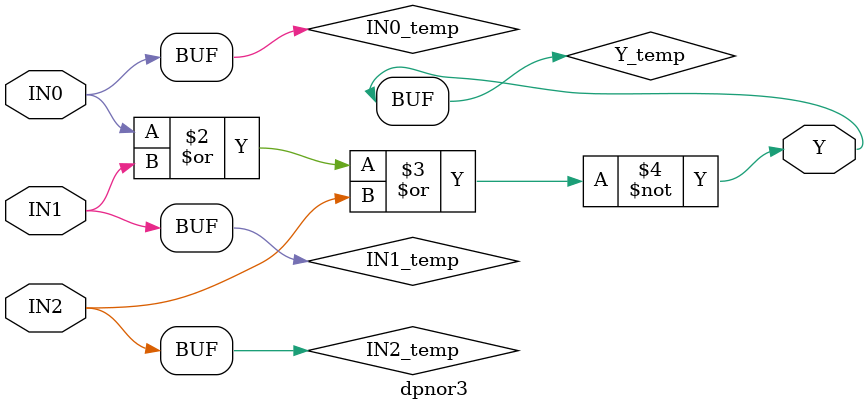
<source format=v>
module dpnor3(IN0,IN1,IN2,Y);
  parameter BIT = 0;
  parameter COLINST = "0";
  parameter GROUP = "dpath1";
  parameter
        d_IN0_r = 0,
        d_IN0_f = 0,
        d_IN1_r = 0,
        d_IN1_f = 0,
        d_IN2_r = 0,
        d_IN2_f = 0,
        d_Y_r = 1,
        d_Y_f = 1;
  input  IN0;
  input  IN1;
  input  IN2;
  output  Y;
  wire  IN0_temp;
  wire  IN1_temp;
  wire  IN2_temp;
  reg  Y_temp;
  assign #(d_IN0_r,d_IN0_f) IN0_temp = IN0;
  assign #(d_IN1_r,d_IN1_f) IN1_temp = IN1;
  assign #(d_IN2_r,d_IN2_f) IN2_temp = IN2;
  assign #(d_Y_r,d_Y_f) Y = Y_temp;
  always
    @(IN0_temp or IN1_temp or IN2_temp)
      Y_temp = ( ~ ((IN0_temp | IN1_temp) | IN2_temp));
endmodule

</source>
